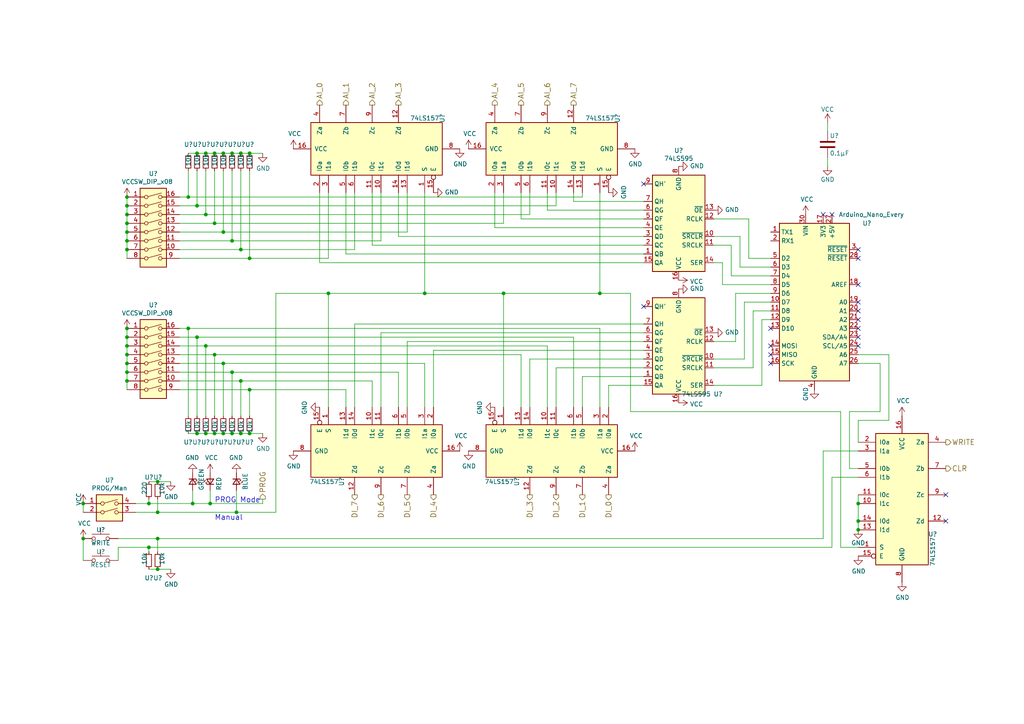
<source format=kicad_sch>
(kicad_sch (version 20211123) (generator eeschema)
  (paper "A4")
  (lib_symbols
    (symbol "74xx:74LS157" (pin_names (offset 1.016))
      (property "Reference" "U" (at -7.62 19.05 0))
      (property "Value" "74LS157" (at -7.62 -21.59 0))
      (symbol "74LS157_1_0"
        (pin input line (at -12.7 -15.24 0) (length 5.08) (name "S") (number "1"))
        (pin input line (at -12.7 -2.54 0) (length 5.08) (name "I1c") (number "10"))
        (pin input line (at -12.7 0 0) (length 5.08) (name "I0c") (number "11"))
        (pin output line (at 12.7 -7.62 180) (length 5.08) (name "Zd") (number "12"))
        (pin input line (at -12.7 -10.16 0) (length 5.08) (name "I1d") (number "13"))
        (pin input line (at -12.7 -7.62 0) (length 5.08) (name "I0d") (number "14"))
        (pin input inverted (at -12.7 -17.78 0) (length 5.08) (name "E") (number "15"))
        (pin power_in line (at 0 22.86 270) (length 5.08) (name "VCC") (number "16"))
        (pin input line (at -12.7 15.24 0) (length 5.08) (name "I0a") (number "2"))
        (pin input line (at -12.7 12.7 0) (length 5.08) (name "I1a") (number "3"))
        (pin output line (at 12.7 15.24 180) (length 5.08) (name "Za") (number "4"))
        (pin input line (at -12.7 7.62 0) (length 5.08) (name "I0b") (number "5"))
        (pin input line (at -12.7 5.08 0) (length 5.08) (name "I1b") (number "6"))
        (pin output line (at 12.7 7.62 180) (length 5.08) (name "Zb") (number "7"))
        (pin power_in line (at 0 -25.4 90) (length 5.08) (name "GND") (number "8"))
        (pin output line (at 12.7 0 180) (length 5.08) (name "Zc") (number "9"))
      )
      (symbol "74LS157_1_1"
        (rectangle (start -7.62 17.78) (end 7.62 -20.32) (stroke (width 0.254)) (fill (type background)))
      )
    )
    (symbol "74xx:74LS595"
      (property "Reference" "U" (at -7.62 13.97 0))
      (property "Value" "74LS595" (at -7.62 -16.51 0))
      (symbol "74LS595_1_0"
        (pin tri_state line (at 10.16 7.62 180) (length 2.54) (name "QB") (number "1"))
        (pin input line (at -10.16 2.54 0) (length 2.54) (name "~{SRCLR}") (number "10"))
        (pin input line (at -10.16 5.08 0) (length 2.54) (name "SRCLK") (number "11"))
        (pin input line (at -10.16 -2.54 0) (length 2.54) (name "RCLK") (number "12"))
        (pin input line (at -10.16 -5.08 0) (length 2.54) (name "~{OE}") (number "13"))
        (pin input line (at -10.16 10.16 0) (length 2.54) (name "SER") (number "14"))
        (pin tri_state line (at 10.16 10.16 180) (length 2.54) (name "QA") (number "15"))
        (pin power_in line (at 0 15.24 270) (length 2.54) (name "VCC") (number "16"))
        (pin tri_state line (at 10.16 5.08 180) (length 2.54) (name "QC") (number "2"))
        (pin tri_state line (at 10.16 2.54 180) (length 2.54) (name "QD") (number "3"))
        (pin tri_state line (at 10.16 0 180) (length 2.54) (name "QE") (number "4"))
        (pin tri_state line (at 10.16 -2.54 180) (length 2.54) (name "QF") (number "5"))
        (pin tri_state line (at 10.16 -5.08 180) (length 2.54) (name "QG") (number "6"))
        (pin tri_state line (at 10.16 -7.62 180) (length 2.54) (name "QH") (number "7"))
        (pin power_in line (at 0 -17.78 90) (length 2.54) (name "GND") (number "8"))
        (pin output line (at 10.16 -12.7 180) (length 2.54) (name "QH'") (number "9"))
      )
      (symbol "74LS595_1_1"
        (rectangle (start -7.62 12.7) (end 7.62 -15.24) (stroke (width 0.254)) (fill (type background)))
      )
    )
    (symbol "Device:C" (pin_numbers hide) (pin_names (offset 0.254))
      (property "Reference" "C" (at 0.635 2.54 0))
      (property "Value" "C" (at 0.635 -2.54 0))
      (symbol "C_0_1"
        (polyline (pts (xy -2.032 -0.762) (xy 2.032 -0.762)) (stroke (width 0.508)))
        (polyline (pts (xy -2.032 0.762) (xy 2.032 0.762)) (stroke (width 0.508)))
      )
      (symbol "C_1_1"
        (pin passive line (at 0 3.81 270) (length 2.794) (name "~") (number "1"))
        (pin passive line (at 0 -3.81 90) (length 2.794) (name "~") (number "2"))
      )
    )
    (symbol "Device:LED_Small" (pin_numbers hide) (pin_names (offset 0.254) hide)
      (property "Reference" "D" (at -1.27 3.175 0))
      (property "Value" "LED_Small" (at -4.445 -2.54 0))
      (symbol "LED_Small_0_1"
        (polyline (pts (xy -0.762 -1.016) (xy -0.762 1.016)) (stroke (width 0.254)))
        (polyline (pts (xy 1.016 0) (xy -0.762 0)))
        (polyline (pts (xy 0.762 -1.016) (xy -0.762 0) (xy 0.762 1.016) (xy 0.762 -1.016)) (stroke (width 0.254)))
        (polyline (pts (xy 0 0.762) (xy -0.508 1.27) (xy -0.254 1.27) (xy -0.508 1.27) (xy -0.508 1.016)))
        (polyline (pts (xy 0.508 1.27) (xy 0 1.778) (xy 0.254 1.778) (xy 0 1.778) (xy 0 1.524)))
      )
      (symbol "LED_Small_1_1"
        (pin passive line (at -2.54 0 0) (length 1.778) (name "K") (number "1"))
        (pin passive line (at 2.54 0 180) (length 1.778) (name "A") (number "2"))
      )
    )
    (symbol "Device:R_Small" (pin_numbers hide) (pin_names (offset 0.254) hide)
      (property "Reference" "R" (at 0.762 0.508 0))
      (property "Value" "R_Small" (at 0.762 -1.016 0))
      (symbol "R_Small_0_1"
        (rectangle (start -0.762 1.778) (end 0.762 -1.778) (stroke (width 0.2032)))
      )
      (symbol "R_Small_1_1"
        (pin passive line (at 0 2.54 270) (length 0.762) (name "~") (number "1"))
        (pin passive line (at 0 -2.54 90) (length 0.762) (name "~") (number "2"))
      )
    )
    (symbol "MCU_Module:Arduino_Nano_Every"
      (property "Reference" "A" (at -10.16 23.495 0))
      (property "Value" "Arduino_Nano_Every" (at 5.08 -24.13 0))
      (symbol "Arduino_Nano_Every_0_1"
        (rectangle (start -10.16 22.86) (end 10.16 -22.86) (stroke (width 0.254)) (fill (type background)))
      )
      (symbol "Arduino_Nano_Every_1_1"
        (pin bidirectional line (at -12.7 20.32 0) (length 2.54) (name "TX1") (number "1"))
        (pin bidirectional line (at -12.7 0 0) (length 2.54) (name "D7") (number "10"))
        (pin bidirectional line (at -12.7 -2.54 0) (length 2.54) (name "D8") (number "11"))
        (pin bidirectional line (at -12.7 -5.08 0) (length 2.54) (name "D9") (number "12"))
        (pin bidirectional line (at -12.7 -7.62 0) (length 2.54) (name "D10") (number "13"))
        (pin bidirectional line (at -12.7 -12.7 0) (length 2.54) (name "MOSI") (number "14"))
        (pin bidirectional line (at -12.7 -15.24 0) (length 2.54) (name "MISO") (number "15"))
        (pin bidirectional line (at -12.7 -17.78 0) (length 2.54) (name "SCK") (number "16"))
        (pin power_out line (at 2.54 25.4 270) (length 2.54) (name "3V3") (number "17"))
        (pin input line (at 12.7 5.08 180) (length 2.54) (name "AREF") (number "18"))
        (pin bidirectional line (at 12.7 0 180) (length 2.54) (name "A0") (number "19"))
        (pin bidirectional line (at -12.7 17.78 0) (length 2.54) (name "RX1") (number "2"))
        (pin bidirectional line (at 12.7 -2.54 180) (length 2.54) (name "A1") (number "20"))
        (pin bidirectional line (at 12.7 -5.08 180) (length 2.54) (name "A2") (number "21"))
        (pin bidirectional line (at 12.7 -7.62 180) (length 2.54) (name "A3") (number "22"))
        (pin bidirectional line (at 12.7 -10.16 180) (length 2.54) (name "SDA/A4") (number "23"))
        (pin bidirectional line (at 12.7 -12.7 180) (length 2.54) (name "SCL/A5") (number "24"))
        (pin bidirectional line (at 12.7 -15.24 180) (length 2.54) (name "A6") (number "25"))
        (pin bidirectional line (at 12.7 -17.78 180) (length 2.54) (name "A7") (number "26"))
        (pin power_out line (at 5.08 25.4 270) (length 2.54) (name "+5V") (number "27"))
        (pin input line (at 12.7 12.7 180) (length 2.54) (name "~{RESET}") (number "28"))
        (pin passive line (at 0 -25.4 90) (length 2.54) hide (name "GND") (number "29"))
        (pin input line (at 12.7 15.24 180) (length 2.54) (name "~{RESET}") (number "3"))
        (pin power_in line (at -2.54 25.4 270) (length 2.54) (name "VIN") (number "30"))
        (pin power_in line (at 0 -25.4 90) (length 2.54) (name "GND") (number "4"))
        (pin bidirectional line (at -12.7 12.7 0) (length 2.54) (name "D2") (number "5"))
        (pin bidirectional line (at -12.7 10.16 0) (length 2.54) (name "D3") (number "6"))
        (pin bidirectional line (at -12.7 7.62 0) (length 2.54) (name "D4") (number "7"))
        (pin bidirectional line (at -12.7 5.08 0) (length 2.54) (name "D5") (number "8"))
        (pin bidirectional line (at -12.7 2.54 0) (length 2.54) (name "D6") (number "9"))
      )
    )
    (symbol "Switch:SW_DIP_x02" (pin_names (offset 0) hide)
      (property "Reference" "SW" (at 0 6.35 0))
      (property "Value" "SW_DIP_x02" (at 0 -3.81 0))
      (symbol "SW_DIP_x02_0_0"
        (circle (center -2.032 0) (radius 0.508))
        (circle (center -2.032 2.54) (radius 0.508))
        (polyline (pts (xy -1.524 0.127) (xy 2.3622 1.1684)))
        (polyline (pts (xy -1.524 2.667) (xy 2.3622 3.7084)))
        (circle (center 2.032 0) (radius 0.508))
        (circle (center 2.032 2.54) (radius 0.508))
      )
      (symbol "SW_DIP_x02_0_1"
        (rectangle (start -3.81 5.08) (end 3.81 -2.54) (stroke (width 0.254)) (fill (type background)))
      )
      (symbol "SW_DIP_x02_1_1"
        (pin passive line (at -7.62 2.54 0) (length 5.08) (name "~") (number "1"))
        (pin passive line (at -7.62 0 0) (length 5.08) (name "~") (number "2"))
        (pin passive line (at 7.62 0 180) (length 5.08) (name "~") (number "3"))
        (pin passive line (at 7.62 2.54 180) (length 5.08) (name "~") (number "4"))
      )
    )
    (symbol "Switch:SW_DIP_x08" (pin_names (offset 0) hide)
      (property "Reference" "SW" (at 0 13.97 0))
      (property "Value" "SW_DIP_x08" (at 0 -11.43 0))
      (symbol "SW_DIP_x08_0_0"
        (circle (center -2.032 -7.62) (radius 0.508))
        (circle (center -2.032 -5.08) (radius 0.508))
        (circle (center -2.032 -2.54) (radius 0.508))
        (circle (center -2.032 0) (radius 0.508))
        (circle (center -2.032 2.54) (radius 0.508))
        (circle (center -2.032 5.08) (radius 0.508))
        (circle (center -2.032 7.62) (radius 0.508))
        (circle (center -2.032 10.16) (radius 0.508))
        (polyline (pts (xy -1.524 -7.4676) (xy 2.3622 -6.4262)))
        (polyline (pts (xy -1.524 -4.9276) (xy 2.3622 -3.8862)))
        (polyline (pts (xy -1.524 -2.3876) (xy 2.3622 -1.3462)))
        (polyline (pts (xy -1.524 0.127) (xy 2.3622 1.1684)))
        (polyline (pts (xy -1.524 2.667) (xy 2.3622 3.7084)))
        (polyline (pts (xy -1.524 5.207) (xy 2.3622 6.2484)))
        (polyline (pts (xy -1.524 7.747) (xy 2.3622 8.7884)))
        (polyline (pts (xy -1.524 10.287) (xy 2.3622 11.3284)))
        (circle (center 2.032 -7.62) (radius 0.508))
        (circle (center 2.032 -5.08) (radius 0.508))
        (circle (center 2.032 -2.54) (radius 0.508))
        (circle (center 2.032 0) (radius 0.508))
        (circle (center 2.032 2.54) (radius 0.508))
        (circle (center 2.032 5.08) (radius 0.508))
        (circle (center 2.032 7.62) (radius 0.508))
        (circle (center 2.032 10.16) (radius 0.508))
      )
      (symbol "SW_DIP_x08_0_1"
        (rectangle (start -3.81 12.7) (end 3.81 -10.16) (stroke (width 0.254)) (fill (type background)))
      )
      (symbol "SW_DIP_x08_1_1"
        (pin passive line (at -7.62 10.16 0) (length 5.08) (name "~") (number "1"))
        (pin passive line (at 7.62 -5.08 180) (length 5.08) (name "~") (number "10"))
        (pin passive line (at 7.62 -2.54 180) (length 5.08) (name "~") (number "11"))
        (pin passive line (at 7.62 0 180) (length 5.08) (name "~") (number "12"))
        (pin passive line (at 7.62 2.54 180) (length 5.08) (name "~") (number "13"))
        (pin passive line (at 7.62 5.08 180) (length 5.08) (name "~") (number "14"))
        (pin passive line (at 7.62 7.62 180) (length 5.08) (name "~") (number "15"))
        (pin passive line (at 7.62 10.16 180) (length 5.08) (name "~") (number "16"))
        (pin passive line (at -7.62 7.62 0) (length 5.08) (name "~") (number "2"))
        (pin passive line (at -7.62 5.08 0) (length 5.08) (name "~") (number "3"))
        (pin passive line (at -7.62 2.54 0) (length 5.08) (name "~") (number "4"))
        (pin passive line (at -7.62 0 0) (length 5.08) (name "~") (number "5"))
        (pin passive line (at -7.62 -2.54 0) (length 5.08) (name "~") (number "6"))
        (pin passive line (at -7.62 -5.08 0) (length 5.08) (name "~") (number "7"))
        (pin passive line (at -7.62 -7.62 0) (length 5.08) (name "~") (number "8"))
        (pin passive line (at 7.62 -7.62 180) (length 5.08) (name "~") (number "9"))
      )
    )
    (symbol "Switch:SW_Push" (pin_numbers hide) (pin_names (offset 1.016) hide)
      (property "Reference" "SW" (at 1.27 2.54 0))
      (property "Value" "SW_Push" (at 0 -1.524 0))
      (symbol "SW_Push_0_1"
        (circle (center -2.032 0) (radius 0.508))
        (polyline (pts (xy 0 1.27) (xy 0 3.048)))
        (polyline (pts (xy 2.54 1.27) (xy -2.54 1.27)))
        (circle (center 2.032 0) (radius 0.508))
        (pin passive line (at -5.08 0 0) (length 2.54) (name "1") (number "1"))
        (pin passive line (at 5.08 0 180) (length 2.54) (name "2") (number "2"))
      )
    )
    (symbol "power:GND" (power) (pin_names (offset 0))
      (property "Value" "GND" (at 0 -3.81 0))
      (symbol "GND_0_1"
        (polyline (pts (xy 0 0) (xy 0 -1.27) (xy 1.27 -1.27) (xy 0 -2.54) (xy -1.27 -1.27) (xy 0 -1.27)))
      )
      (symbol "GND_1_1"
        (pin power_in line (at 0 0 270) (length 0) hide (name "GND") (number "1"))
      )
    )
    (symbol "power:VCC" (power) (pin_names (offset 0))
      (property "Value" "VCC" (at 0 3.81 0))
      (symbol "VCC_0_1"
        (polyline (pts (xy -0.762 1.27) (xy 0 2.54)))
        (polyline (pts (xy 0 0) (xy 0 2.54)))
        (polyline (pts (xy 0 2.54) (xy 0.762 1.27)))
      )
      (symbol "VCC_1_1"
        (pin power_in line (at 0 0 90) (length 0) hide (name "VCC") (number "1"))
      )
    )
  )
  (junction (at 36.83 97.79))
  (junction (at 36.83 110.49))
  (junction (at 67.31 107.95))
  (junction (at 36.83 69.85))
  (junction (at 69.85 72.39))
  (junction (at 59.69 100.33))
  (junction (at 57.15 125.73))
  (junction (at 54.61 57.15))
  (junction (at 64.77 105.41))
  (junction (at 72.39 125.73))
  (junction (at 43.18 146.05))
  (junction (at 36.83 59.69))
  (junction (at 62.23 125.73))
  (junction (at 72.39 113.03))
  (junction (at 69.85 125.73))
  (junction (at 36.83 107.95))
  (junction (at 248.92 153.67))
  (junction (at 69.85 44.45))
  (junction (at 45.72 139.7))
  (junction (at 248.92 146.05))
  (junction (at 123.19 85.09))
  (junction (at 62.23 102.87))
  (junction (at 45.72 165.1))
  (junction (at 36.83 102.87))
  (junction (at 69.85 110.49))
  (junction (at 72.39 74.93))
  (junction (at 67.31 44.45))
  (junction (at 57.15 59.69))
  (junction (at 36.83 57.15))
  (junction (at 173.99 85.09))
  (junction (at 95.25 85.09))
  (junction (at 64.77 67.31))
  (junction (at 67.31 69.85))
  (junction (at 68.58 148.59))
  (junction (at 24.13 146.05))
  (junction (at 67.31 125.73))
  (junction (at 59.69 44.45))
  (junction (at 54.61 95.25))
  (junction (at 59.69 62.23))
  (junction (at 62.23 64.77))
  (junction (at 72.39 44.45))
  (junction (at 45.72 156.21))
  (junction (at 36.83 105.41))
  (junction (at 36.83 100.33))
  (junction (at 36.83 72.39))
  (junction (at 36.83 67.31))
  (junction (at 62.23 44.45))
  (junction (at 248.92 151.13))
  (junction (at 60.96 146.05))
  (junction (at 64.77 44.45))
  (junction (at 57.15 97.79))
  (junction (at 43.18 158.75))
  (junction (at 36.83 64.77))
  (junction (at 55.88 146.05))
  (junction (at 24.13 156.21))
  (junction (at 36.83 95.25))
  (junction (at 36.83 62.23))
  (junction (at 57.15 44.45))
  (junction (at 59.69 125.73))
  (junction (at 64.77 125.73))
  (junction (at 45.72 148.59))
  (junction (at 146.05 85.09))
  (no_connect (at 223.52 102.87))
  (no_connect (at 238.76 62.23))
  (no_connect (at 248.92 82.55))
  (no_connect (at 248.92 87.63))
  (no_connect (at 248.92 100.33))
  (no_connect (at 186.69 88.9))
  (no_connect (at 248.92 72.39))
  (no_connect (at 223.52 100.33))
  (no_connect (at 248.92 74.93))
  (no_connect (at 248.92 97.79))
  (no_connect (at 241.3 62.23))
  (no_connect (at 274.32 151.13))
  (no_connect (at 223.52 105.41))
  (no_connect (at 274.32 143.51))
  (no_connect (at 248.92 92.71))
  (no_connect (at 223.52 95.25))
  (no_connect (at 248.92 95.25))
  (no_connect (at 248.92 90.17))
  (no_connect (at 186.69 53.34))
  (wire (pts (xy 43.18 158.75) (xy 241.3 158.75)))
  (wire (pts (xy 67.31 44.45) (xy 69.85 44.45)))
  (wire (pts (xy 146.05 85.09) (xy 173.99 85.09)))
  (wire (pts (xy 59.69 125.73) (xy 57.15 125.73)))
  (wire (pts (xy 123.19 55.88) (xy 123.19 85.09)))
  (wire (pts (xy 118.11 99.06) (xy 186.69 99.06)))
  (wire (pts (xy 153.67 104.14) (xy 186.69 104.14)))
  (wire (pts (xy 69.85 110.49) (xy 107.95 110.49)))
  (wire (pts (xy 45.72 156.21) (xy 238.76 156.21)))
  (wire (pts (xy 62.23 102.87) (xy 151.13 102.87)))
  (wire (pts (xy 173.99 55.88) (xy 173.99 85.09)))
  (wire (pts (xy 213.36 99.06) (xy 213.36 85.09)))
  (wire (pts (xy 207.01 68.58) (xy 214.63 68.58)))
  (wire (pts (xy 54.61 57.15) (xy 52.07 57.15)))
  (wire (pts (xy 72.39 125.73) (xy 76.2 125.73)))
  (wire (pts (xy 43.18 165.1) (xy 45.72 165.1)))
  (wire (pts (xy 52.07 97.79) (xy 57.15 97.79)))
  (wire (pts (xy 62.23 120.65) (xy 62.23 102.87)))
  (wire (pts (xy 36.83 100.33) (xy 36.83 102.87)))
  (wire (pts (xy 59.69 62.23) (xy 52.07 62.23)))
  (wire (pts (xy 215.9 87.63) (xy 223.52 87.63)))
  (wire (pts (xy 43.18 158.75) (xy 43.18 160.02)))
  (wire (pts (xy 102.87 93.98) (xy 102.87 118.11)))
  (wire (pts (xy 72.39 113.03) (xy 100.33 113.03)))
  (wire (pts (xy 182.88 85.09) (xy 173.99 85.09)))
  (wire (pts (xy 218.44 90.17) (xy 218.44 106.68)))
  (wire (pts (xy 62.23 125.73) (xy 59.69 125.73)))
  (wire (pts (xy 57.15 125.73) (xy 54.61 125.73)))
  (wire (pts (xy 52.07 95.25) (xy 54.61 95.25)))
  (wire (pts (xy 72.39 49.53) (xy 72.39 74.93)))
  (wire (pts (xy 153.67 55.88) (xy 153.67 62.23)))
  (wire (pts (xy 45.72 148.59) (xy 68.58 148.59)))
  (wire (pts (xy 248.92 158.75) (xy 243.84 158.75)))
  (wire (pts (xy 36.83 59.69) (xy 36.83 62.23)))
  (wire (pts (xy 36.83 102.87) (xy 36.83 105.41)))
  (wire (pts (xy 158.75 60.96) (xy 158.75 55.88)))
  (wire (pts (xy 55.88 142.24) (xy 55.88 146.05)))
  (wire (pts (xy 220.98 92.71) (xy 223.52 92.71)))
  (wire (pts (xy 72.39 44.45) (xy 76.2 44.45)))
  (wire (pts (xy 213.36 85.09) (xy 223.52 85.09)))
  (wire (pts (xy 64.77 105.41) (xy 123.19 105.41)))
  (wire (pts (xy 54.61 49.53) (xy 54.61 57.15)))
  (wire (pts (xy 143.51 66.04) (xy 143.51 55.88)))
  (wire (pts (xy 45.72 165.1) (xy 49.53 165.1)))
  (wire (pts (xy 107.95 55.88) (xy 107.95 71.12)))
  (wire (pts (xy 69.85 44.45) (xy 72.39 44.45)))
  (wire (pts (xy 80.01 148.59) (xy 80.01 85.09)))
  (wire (pts (xy 146.05 118.11) (xy 146.05 85.09)))
  (wire (pts (xy 248.92 146.05) (xy 248.92 151.13)))
  (wire (pts (xy 80.01 85.09) (xy 95.25 85.09)))
  (wire (pts (xy 214.63 77.47) (xy 223.52 77.47)))
  (wire (pts (xy 217.17 74.93) (xy 223.52 74.93)))
  (wire (pts (xy 186.69 66.04) (xy 143.51 66.04)))
  (wire (pts (xy 36.83 97.79) (xy 36.83 100.33)))
  (wire (pts (xy 207.01 104.14) (xy 215.9 104.14)))
  (wire (pts (xy 52.07 100.33) (xy 59.69 100.33)))
  (wire (pts (xy 118.11 55.88) (xy 118.11 67.31)))
  (wire (pts (xy 54.61 95.25) (xy 173.99 95.25)))
  (wire (pts (xy 110.49 55.88) (xy 110.49 69.85)))
  (wire (pts (xy 59.69 100.33) (xy 158.75 100.33)))
  (wire (pts (xy 64.77 44.45) (xy 67.31 44.45)))
  (wire (pts (xy 92.71 76.2) (xy 92.71 55.88)))
  (wire (pts (xy 69.85 120.65) (xy 69.85 110.49)))
  (wire (pts (xy 241.3 138.43) (xy 248.92 138.43)))
  (wire (pts (xy 125.73 101.6) (xy 186.69 101.6)))
  (wire (pts (xy 151.13 63.5) (xy 151.13 55.88)))
  (wire (pts (xy 64.77 120.65) (xy 64.77 105.41)))
  (wire (pts (xy 161.29 55.88) (xy 161.29 59.69)))
  (wire (pts (xy 243.84 158.75) (xy 243.84 119.38)))
  (wire (pts (xy 209.55 76.2) (xy 209.55 82.55)))
  (wire (pts (xy 64.77 125.73) (xy 62.23 125.73)))
  (wire (pts (xy 57.15 44.45) (xy 59.69 44.45)))
  (wire (pts (xy 176.53 111.76) (xy 176.53 118.11)))
  (wire (pts (xy 102.87 55.88) (xy 102.87 72.39)))
  (wire (pts (xy 248.92 121.92) (xy 257.81 121.92)))
  (wire (pts (xy 186.69 71.12) (xy 107.95 71.12)))
  (wire (pts (xy 95.25 55.88) (xy 95.25 74.93)))
  (wire (pts (xy 67.31 125.73) (xy 64.77 125.73)))
  (wire (pts (xy 161.29 59.69) (xy 57.15 59.69)))
  (wire (pts (xy 102.87 93.98) (xy 186.69 93.98)))
  (wire (pts (xy 67.31 107.95) (xy 115.57 107.95)))
  (wire (pts (xy 36.83 64.77) (xy 36.83 67.31)))
  (wire (pts (xy 62.23 64.77) (xy 52.07 64.77)))
  (wire (pts (xy 207.01 71.12) (xy 212.09 71.12)))
  (wire (pts (xy 125.73 101.6) (xy 125.73 118.11)))
  (wire (pts (xy 52.07 110.49) (xy 69.85 110.49)))
  (wire (pts (xy 57.15 97.79) (xy 166.37 97.79)))
  (wire (pts (xy 72.39 120.65) (xy 72.39 113.03)))
  (wire (pts (xy 161.29 106.68) (xy 186.69 106.68)))
  (wire (pts (xy 45.72 139.7) (xy 49.53 139.7)))
  (wire (pts (xy 214.63 68.58) (xy 214.63 77.47)))
  (wire (pts (xy 248.92 121.92) (xy 248.92 128.27)))
  (wire (pts (xy 168.91 57.15) (xy 54.61 57.15)))
  (wire (pts (xy 146.05 55.88) (xy 146.05 64.77)))
  (wire (pts (xy 36.83 107.95) (xy 36.83 110.49)))
  (wire (pts (xy 207.01 76.2) (xy 209.55 76.2)))
  (wire (pts (xy 43.18 139.7) (xy 45.72 139.7)))
  (wire (pts (xy 168.91 109.22) (xy 168.91 118.11)))
  (wire (pts (xy 115.57 107.95) (xy 115.57 118.11)))
  (wire (pts (xy 69.85 49.53) (xy 69.85 72.39)))
  (wire (pts (xy 39.37 148.59) (xy 45.72 148.59)))
  (wire (pts (xy 186.69 111.76) (xy 176.53 111.76)))
  (wire (pts (xy 43.18 144.78) (xy 43.18 146.05)))
  (wire (pts (xy 36.83 69.85) (xy 36.83 72.39)))
  (wire (pts (xy 246.38 119.38) (xy 255.27 119.38)))
  (wire (pts (xy 182.88 119.38) (xy 182.88 85.09)))
  (wire (pts (xy 34.29 162.56) (xy 34.29 158.75)))
  (wire (pts (xy 59.69 44.45) (xy 62.23 44.45)))
  (wire (pts (xy 64.77 67.31) (xy 52.07 67.31)))
  (wire (pts (xy 57.15 59.69) (xy 52.07 59.69)))
  (wire (pts (xy 209.55 82.55) (xy 223.52 82.55)))
  (wire (pts (xy 60.96 146.05) (xy 76.2 146.05)))
  (wire (pts (xy 207.01 111.76) (xy 220.98 111.76)))
  (wire (pts (xy 240.03 38.1) (xy 240.03 35.56)))
  (wire (pts (xy 168.91 109.22) (xy 186.69 109.22)))
  (wire (pts (xy 45.72 160.02) (xy 45.72 156.21)))
  (wire (pts (xy 118.11 67.31) (xy 64.77 67.31)))
  (wire (pts (xy 255.27 105.41) (xy 248.92 105.41)))
  (wire (pts (xy 110.49 69.85) (xy 67.31 69.85)))
  (wire (pts (xy 67.31 49.53) (xy 67.31 69.85)))
  (wire (pts (xy 36.83 110.49) (xy 36.83 113.03)))
  (wire (pts (xy 100.33 73.66) (xy 100.33 55.88)))
  (wire (pts (xy 52.07 102.87) (xy 62.23 102.87)))
  (wire (pts (xy 248.92 151.13) (xy 248.92 153.67)))
  (wire (pts (xy 72.39 74.93) (xy 52.07 74.93)))
  (wire (pts (xy 102.87 72.39) (xy 69.85 72.39)))
  (wire (pts (xy 115.57 68.58) (xy 115.57 55.88)))
  (wire (pts (xy 52.07 105.41) (xy 64.77 105.41)))
  (wire (pts (xy 54.61 44.45) (xy 57.15 44.45)))
  (wire (pts (xy 186.69 76.2) (xy 92.71 76.2)))
  (wire (pts (xy 168.91 55.88) (xy 168.91 57.15)))
  (wire (pts (xy 76.2 144.78) (xy 76.2 146.05)))
  (wire (pts (xy 59.69 49.53) (xy 59.69 62.23)))
  (wire (pts (xy 248.92 102.87) (xy 257.81 102.87)))
  (wire (pts (xy 45.72 144.78) (xy 45.72 148.59)))
  (wire (pts (xy 118.11 99.06) (xy 118.11 118.11)))
  (wire (pts (xy 153.67 118.11) (xy 153.67 104.14)))
  (wire (pts (xy 64.77 49.53) (xy 64.77 67.31)))
  (wire (pts (xy 95.25 85.09) (xy 95.25 118.11)))
  (wire (pts (xy 166.37 97.79) (xy 166.37 118.11)))
  (wire (pts (xy 95.25 74.93) (xy 72.39 74.93)))
  (wire (pts (xy 67.31 69.85) (xy 52.07 69.85)))
  (wire (pts (xy 34.29 158.75) (xy 43.18 158.75)))
  (wire (pts (xy 36.83 105.41) (xy 36.83 107.95)))
  (wire (pts (xy 24.13 146.05) (xy 24.13 148.59)))
  (wire (pts (xy 215.9 104.14) (xy 215.9 87.63)))
  (wire (pts (xy 36.83 62.23) (xy 36.83 64.77)))
  (wire (pts (xy 241.3 158.75) (xy 241.3 138.43)))
  (wire (pts (xy 36.83 95.25) (xy 36.83 97.79)))
  (wire (pts (xy 257.81 121.92) (xy 257.81 102.87)))
  (wire (pts (xy 110.49 96.52) (xy 186.69 96.52)))
  (wire (pts (xy 68.58 142.24) (xy 68.58 148.59)))
  (wire (pts (xy 110.49 96.52) (xy 110.49 118.11)))
  (wire (pts (xy 24.13 156.21) (xy 24.13 162.56)))
  (wire (pts (xy 62.23 49.53) (xy 62.23 64.77)))
  (wire (pts (xy 69.85 125.73) (xy 67.31 125.73)))
  (wire (pts (xy 238.76 156.21) (xy 238.76 130.81)))
  (wire (pts (xy 68.58 148.59) (xy 80.01 148.59)))
  (wire (pts (xy 207.01 99.06) (xy 213.36 99.06)))
  (wire (pts (xy 220.98 111.76) (xy 220.98 92.71)))
  (wire (pts (xy 173.99 118.11) (xy 173.99 95.25)))
  (wire (pts (xy 207.01 63.5) (xy 217.17 63.5)))
  (wire (pts (xy 146.05 64.77) (xy 62.23 64.77)))
  (wire (pts (xy 123.19 85.09) (xy 146.05 85.09)))
  (wire (pts (xy 182.88 119.38) (xy 243.84 119.38)))
  (wire (pts (xy 240.03 48.26) (xy 240.03 45.72)))
  (wire (pts (xy 186.69 63.5) (xy 151.13 63.5)))
  (wire (pts (xy 166.37 58.42) (xy 166.37 55.88)))
  (wire (pts (xy 60.96 142.24) (xy 60.96 146.05)))
  (wire (pts (xy 151.13 102.87) (xy 151.13 118.11)))
  (wire (pts (xy 67.31 120.65) (xy 67.31 107.95)))
  (wire (pts (xy 57.15 120.65) (xy 57.15 97.79)))
  (wire (pts (xy 153.67 62.23) (xy 59.69 62.23)))
  (wire (pts (xy 59.69 120.65) (xy 59.69 100.33)))
  (wire (pts (xy 95.25 85.09) (xy 123.19 85.09)))
  (wire (pts (xy 161.29 118.11) (xy 161.29 106.68)))
  (wire (pts (xy 123.19 105.41) (xy 123.19 118.11)))
  (wire (pts (xy 72.39 125.73) (xy 69.85 125.73)))
  (wire (pts (xy 36.83 57.15) (xy 36.83 59.69)))
  (wire (pts (xy 248.92 143.51) (xy 248.92 146.05)))
  (wire (pts (xy 238.76 130.81) (xy 248.92 130.81)))
  (wire (pts (xy 246.38 135.89) (xy 246.38 119.38)))
  (wire (pts (xy 39.37 146.05) (xy 43.18 146.05)))
  (wire (pts (xy 36.83 67.31) (xy 36.83 69.85)))
  (wire (pts (xy 207.01 106.68) (xy 218.44 106.68)))
  (wire (pts (xy 54.61 120.65) (xy 54.61 95.25)))
  (wire (pts (xy 212.09 80.01) (xy 223.52 80.01)))
  (wire (pts (xy 255.27 119.38) (xy 255.27 105.41)))
  (wire (pts (xy 186.69 60.96) (xy 158.75 60.96)))
  (wire (pts (xy 248.92 135.89) (xy 246.38 135.89)))
  (wire (pts (xy 107.95 110.49) (xy 107.95 118.11)))
  (wire (pts (xy 34.29 156.21) (xy 45.72 156.21)))
  (wire (pts (xy 52.07 113.03) (xy 72.39 113.03)))
  (wire (pts (xy 223.52 90.17) (xy 218.44 90.17)))
  (wire (pts (xy 100.33 113.03) (xy 100.33 118.11)))
  (wire (pts (xy 212.09 71.12) (xy 212.09 80.01)))
  (wire (pts (xy 62.23 44.45) (xy 64.77 44.45)))
  (wire (pts (xy 36.83 72.39) (xy 36.83 74.93)))
  (wire (pts (xy 217.17 63.5) (xy 217.17 74.93)))
  (wire (pts (xy 55.88 146.05) (xy 60.96 146.05)))
  (wire (pts (xy 186.69 68.58) (xy 115.57 68.58)))
  (wire (pts (xy 57.15 49.53) (xy 57.15 59.69)))
  (wire (pts (xy 52.07 107.95) (xy 67.31 107.95)))
  (wire (pts (xy 186.69 73.66) (xy 100.33 73.66)))
  (wire (pts (xy 69.85 72.39) (xy 52.07 72.39)))
  (wire (pts (xy 158.75 100.33) (xy 158.75 118.11)))
  (wire (pts (xy 43.18 146.05) (xy 55.88 146.05)))
  (wire (pts (xy 186.69 58.42) (xy 166.37 58.42)))
  (text "Manual" (at 62.23 151.13 0) (effects (font (size 1.524 1.524)) (justify left bottom)))
  (text "PROG Mode" (at 62.23 146.05 0) (effects (font (size 1.524 1.524)) (justify left bottom)))
  (hierarchical_label "DI_0" (shape output) (at 176.53 143.51 270) (effects (font (size 1.524 1.524))))
  (hierarchical_label "AI_1" (shape output) (at 100.33 30.48 90) (effects (font (size 1.524 1.524))))
  (hierarchical_label "AI_2" (shape output) (at 107.95 30.48 90) (effects (font (size 1.524 1.524))))
  (hierarchical_label "AI_4" (shape output) (at 143.51 30.48 90) (effects (font (size 1.524 1.524))))
  (hierarchical_label "CLR" (shape output) (at 274.32 135.89 0) (effects (font (size 1.524 1.524))))
  (hierarchical_label "DI_5" (shape output) (at 118.11 143.51 270) (effects (font (size 1.524 1.524))))
  (hierarchical_label "DI_3" (shape output) (at 153.67 143.51 270) (effects (font (size 1.524 1.524))))
  (hierarchical_label "WRITE" (shape output) (at 274.32 128.27 0) (effects (font (size 1.524 1.524))))
  (hierarchical_label "AI_7" (shape output) (at 166.37 30.48 90) (effects (font (size 1.524 1.524))))
  (hierarchical_label "AI_3" (shape output) (at 115.57 30.48 90) (effects (font (size 1.524 1.524))))
  (hierarchical_label "AI_5" (shape output) (at 151.13 30.48 90) (effects (font (size 1.524 1.524))))
  (hierarchical_label "DI_2" (shape output) (at 161.29 143.51 270) (effects (font (size 1.524 1.524))))
  (hierarchical_label "DI_1" (shape output) (at 168.91 143.51 270) (effects (font (size 1.524 1.524))))
  (hierarchical_label "AI_0" (shape output) (at 92.71 30.48 90) (effects (font (size 1.524 1.524))))
  (hierarchical_label "AI_6" (shape output) (at 158.75 30.48 90) (effects (font (size 1.524 1.524))))
  (hierarchical_label "DI_7" (shape output) (at 102.87 143.51 270) (effects (font (size 1.524 1.524))))
  (hierarchical_label "DI_6" (shape output) (at 110.49 143.51 270) (effects (font (size 1.524 1.524))))
  (hierarchical_label "DI_4" (shape output) (at 125.73 143.51 270) (effects (font (size 1.524 1.524))))
  (hierarchical_label "PROG" (shape output) (at 76.2 144.78 90) (effects (font (size 1.524 1.524))))
  (symbol (lib_id "Device:R_Small") (at 54.61 46.99 0) (unit 1)
    (property "Value" "10k" (at 54.61 48.26 90) (effects (justify left)))
  )
  (symbol (lib_id "Device:R_Small") (at 57.15 46.99 0) (unit 1)
    (property "Value" "10k" (at 57.15 48.26 90) (effects (justify left)))
  )
  (symbol (lib_id "Device:R_Small") (at 59.69 46.99 0) (unit 1)
    (property "Value" "10k" (at 59.69 48.26 90) (effects (justify left)))
  )
  (symbol (lib_id "power:VCC") (at 36.83 57.15 0) (unit 1)
    (property "Reference" "#PWR088" (effects hide))
    (property "Value" "VCC" (at 37.211 52.7558 0))
  )
  (symbol (lib_id "power:VCC") (at 36.83 95.25 0) (unit 1)
    (property "Reference" "#PWR093" (effects hide))
    (property "Value" "VCC" (at 37.211 90.8558 0))
  )
  (symbol (lib_id "Device:R_Small") (at 62.23 46.99 0) (unit 1)
    (property "Value" "10k" (at 62.23 48.26 90) (effects (justify left)))
  )
  (symbol (lib_id "Device:R_Small") (at 64.77 46.99 0) (unit 1)
    (property "Value" "10k" (at 64.77 48.26 90) (effects (justify left)))
  )
  (symbol (lib_id "Device:R_Small") (at 67.31 46.99 0) (unit 1)
    (property "Value" "10k" (at 67.31 48.26 90) (effects (justify left)))
  )
  (symbol (lib_id "Device:R_Small") (at 69.85 46.99 0) (unit 1)
    (property "Value" "10k" (at 69.85 48.26 90) (effects (justify left)))
  )
  (symbol (lib_id "power:GND") (at 236.22 113.03 0) (unit 1)
    (property "Reference" "#PWR095" (effects hide))
    (property "Value" "GND" (at 233.68 114.3 90))
  )
  (symbol (lib_id "power:VCC") (at 233.68 62.23 0) (unit 1)
    (property "Reference" "#PWR090" (effects hide))
    (property "Value" "VCC" (at 234.061 57.8358 0))
  )
  (symbol (lib_id "Device:R_Small") (at 72.39 46.99 0) (unit 1)
    (property "Value" "10k" (at 72.39 48.26 90) (effects (justify left)))
  )
  (symbol (lib_id "Device:R_Small") (at 72.39 123.19 180) (unit 1)
    (property "Value" "10k" (at 72.39 121.92 90) (effects (justify left)))
  )
  (symbol (lib_id "Device:R_Small") (at 69.85 123.19 180) (unit 1)
    (property "Value" "10k" (at 69.85 121.92 90) (effects (justify left)))
  )
  (symbol (lib_id "Device:R_Small") (at 67.31 123.19 180) (unit 1)
    (property "Value" "10k" (at 67.31 121.92 90) (effects (justify left)))
  )
  (symbol (lib_id "Device:R_Small") (at 64.77 123.19 180) (unit 1)
    (property "Value" "10k" (at 64.77 121.92 90) (effects (justify left)))
  )
  (symbol (lib_id "Device:R_Small") (at 62.23 123.19 180) (unit 1)
    (property "Value" "10k" (at 62.23 121.92 90) (effects (justify left)))
  )
  (symbol (lib_id "Device:R_Small") (at 59.69 123.19 180) (unit 1)
    (property "Value" "10k" (at 59.69 121.92 90) (effects (justify left)))
  )
  (symbol (lib_id "Device:R_Small") (at 57.15 123.19 180) (unit 1)
    (property "Value" "10k" (at 57.15 121.92 90) (effects (justify left)))
  )
  (symbol (lib_id "Device:R_Small") (at 54.61 123.19 180) (unit 1)
    (property "Value" "10k" (at 54.61 121.92 90) (effects (justify left)))
  )
  (symbol (lib_id "power:VCC") (at 24.13 146.05 0) (unit 1)
    (property "Reference" "#PWR0109" (effects hide))
    (property "Value" "VCC" (at 22.86 144.78 90))
  )
  (symbol (lib_id "Switch:SW_DIP_x02") (at 31.75 148.59 0) (unit 1)
    (property "Value" "PROG/Man" (at 31.75 141.5796 0))
  )
  (symbol (lib_id "Device:C") (at 240.03 41.91 0) (unit 1)
    (property "Value" "0.1µF" (at 240.665 44.45 0) (effects (justify left)))
    (property "Footprint" "Capacitor_THT:C_Disc_D4.3mm_W1.9mm_P5.00mm" (effects hide))
  )
  (symbol (lib_id "power:VCC") (at 240.03 35.56 0) (unit 1)
    (property "Value" "VCC" (at 240.03 31.75 0))
  )
  (symbol (lib_id "power:GND") (at 240.03 48.26 0) (unit 1)
    (property "Value" "GND" (at 240.03 52.07 0))
  )
  (symbol (lib_id "power:GND") (at 176.53 55.88 90) (unit 1)
    (property "Reference" "#PWR087" (effects hide))
    (property "Value" "GND" (at 180.9242 55.753 0))
  )
  (symbol (lib_id "power:GND") (at 143.51 118.11 270) (unit 1)
    (property "Reference" "#PWR098" (effects hide))
    (property "Value" "GND" (at 139.1158 118.237 0))
  )
  (symbol (lib_id "power:GND") (at 92.71 118.11 270) (unit 1)
    (property "Reference" "#PWR097" (effects hide))
    (property "Value" "GND" (at 88.3158 118.237 0))
  )
  (symbol (lib_id "Device:R_Small") (at 43.18 142.24 0) (unit 1)
    (property "Value" "220" (at 41.91 143.51 90) (effects (justify left)))
  )
  (symbol (lib_id "Device:R_Small") (at 45.72 142.24 0) (unit 1)
    (property "Value" "10k" (at 46.99 143.51 90) (effects (justify left)))
  )
  (symbol (lib_id "power:GND") (at 49.53 139.7 0) (unit 1)
    (property "Reference" "#PWR0108" (effects hide))
    (property "Value" "GND" (at 49.657 144.0942 0))
  )
  (symbol (lib_id "power:GND") (at 76.2 44.45 0) (unit 1)
    (property "Reference" "#PWR083" (effects hide))
    (property "Value" "GND" (at 76.327 48.8442 0))
  )
  (symbol (lib_id "power:GND") (at 76.2 125.73 0) (unit 1)
    (property "Reference" "#PWR0100" (effects hide))
    (property "Value" "GND" (at 76.327 130.1242 0))
  )
  (symbol (lib_id "Device:LED_Small") (at 55.88 139.7 270) (unit 1)
    (property "Value" "GREEN" (at 58.42 135.89 0) (effects (justify left)))
  )
  (symbol (lib_id "Device:LED_Small") (at 60.96 139.7 90) (unit 1)
    (property "Value" "RED" (at 63.5 142.24 0) (effects (justify left)))
  )
  (symbol (lib_id "power:GND") (at 55.88 137.16 180) (unit 1)
    (property "Reference" "#PWR0105" (effects hide))
    (property "Value" "GND" (at 55.753 132.7658 0))
  )
  (symbol (lib_id "power:VCC") (at 60.96 137.16 0) (unit 1)
    (property "Reference" "#PWR0106" (effects hide))
    (property "Value" "VCC" (at 61.341 132.7658 0))
  )
  (symbol (lib_id "Device:LED_Small") (at 68.58 139.7 270) (unit 1)
    (property "Value" "BLUE" (at 71.12 137.16 0) (effects (justify left)))
  )
  (symbol (lib_id "power:GND") (at 68.58 137.16 180) (unit 1)
    (property "Reference" "#PWR0107" (effects hide))
    (property "Value" "GND" (at 68.453 132.7658 0))
  )
  (symbol (lib_id "Switch:SW_Push") (at 29.21 156.21 0) (unit 1)
    (property "Value" "WRITE" (at 29.21 157.48 0))
  )
  (symbol (lib_id "Switch:SW_Push") (at 29.21 162.56 0) (unit 1)
    (property "Value" "RESET" (at 29.21 163.83 0))
  )
  (symbol (lib_id "power:GND") (at 125.73 55.88 90) (unit 1)
    (property "Reference" "#PWR086" (effects hide))
    (property "Value" "GND" (at 128.9812 55.753 90) (effects (justify right)))
  )
  (symbol (lib_id "74xx:74LS157") (at 261.62 143.51 0) (unit 1)
    (property "Value" "74LS157" (at 270.51 160.02 90))
    (property "Datasheet" "http://www.ti.com/lit/gpn/sn74LS157" (effects hide))
  )
  (symbol (lib_id "power:VCC") (at 261.62 120.65 0) (unit 1)
    (property "Reference" "#PWR099" (effects hide))
    (property "Value" "VCC" (at 262.001 116.2558 0))
  )
  (symbol (lib_id "power:GND") (at 261.62 168.91 0) (unit 1)
    (property "Reference" "#PWR0114" (effects hide))
    (property "Value" "GND" (at 261.747 173.3042 0))
  )
  (symbol (lib_id "power:GND") (at 248.92 161.29 0) (unit 1)
    (property "Reference" "#PWR0112" (effects hide))
    (property "Value" "GND" (at 249.047 165.6842 0))
  )
  (symbol (lib_id "power:VCC") (at 24.13 156.21 0) (unit 1)
    (property "Reference" "#PWR0111" (effects hide))
    (property "Value" "VCC" (at 24.511 151.8158 0))
  )
  (symbol (lib_id "Device:R_Small") (at 43.18 162.56 0) (unit 1)
    (property "Value" "10k" (at 41.91 163.83 90) (effects (justify left)))
  )
  (symbol (lib_id "Device:R_Small") (at 45.72 162.56 0) (unit 1)
    (property "Value" "10k" (at 46.99 163.83 90) (effects (justify left)))
  )
  (symbol (lib_id "power:GND") (at 49.53 165.1 0) (unit 1)
    (property "Reference" "#PWR0113" (effects hide))
    (property "Value" "GND" (at 49.657 169.4942 0))
  )
  (symbol (lib_id "power:GND") (at 248.92 153.67 0) (unit 1)
    (property "Reference" "#PWR0110" (effects hide))
    (property "Value" "GND" (at 248.92 157.48 0))
  )
  (symbol (lib_id "MCU_Module:Arduino_Nano_Every") (at 236.22 87.63 0) (unit 1)
    (property "Value" "Arduino_Nano_Every" (at 252.73 62.23 0))
    (property "Footprint" "Module:Arduino_Nano" (effects hide))
    (property "Datasheet" "https://content.arduino.cc/assets/NANOEveryV3.0_sch.pdf" (effects hide))
  )
  (symbol (lib_id "74xx:74LS595") (at 196.85 66.04 180) (unit 1)
    (property "Value" "74LS595" (at 196.85 45.974 0))
    (property "Datasheet" "http://www.ti.com/lit/gpn/sn74ls595" (effects hide))
  )
  (symbol (lib_id "74xx:74LS595") (at 196.85 101.6 180) (unit 1)
    (property "Value" "74LS595" (at 201.93 114.3 0))
    (property "Datasheet" "http://www.ti.com/lit/gpn/sn74ls595" (effects hide))
  )
  (symbol (lib_id "74xx:74LS157") (at 110.49 130.81 270) (unit 1)
    (property "Value" "74LS157" (at 93.98 139.7 90))
    (property "Datasheet" "http://www.ti.com/lit/gpn/sn74LS157" (effects hide))
  )
  (symbol (lib_id "74xx:74LS157") (at 107.95 43.18 90) (unit 1)
    (property "Value" "74LS157" (at 123.19 34.29 90))
    (property "Datasheet" "http://www.ti.com/lit/gpn/sn74LS157" (effects hide))
  )
  (symbol (lib_id "74xx:74LS157") (at 158.75 43.18 90) (unit 1)
    (property "Value" "74LS157" (at 173.99 34.29 90))
    (property "Datasheet" "http://www.ti.com/lit/gpn/sn74LS157" (effects hide))
  )
  (symbol (lib_id "74xx:74LS157") (at 161.29 130.81 270) (unit 1)
    (property "Value" "74LS157" (at 144.78 139.7 90))
    (property "Datasheet" "http://www.ti.com/lit/gpn/sn74LS157" (effects hide))
  )
  (symbol (lib_id "Switch:SW_DIP_x08") (at 44.45 105.41 0) (unit 1)
    (property "Value" "SW_DIP_x08" (at 44.45 90.7796 0))
  )
  (symbol (lib_id "Switch:SW_DIP_x08") (at 44.45 67.31 0) (unit 1)
    (property "Value" "SW_DIP_x08" (at 44.45 52.6796 0))
  )
  (symbol (lib_id "power:GND") (at 207.01 60.96 90) (unit 1)
    (property "Reference" "#PWR089" (effects hide))
    (property "Value" "GND" (at 210.2612 60.833 90) (effects (justify right)))
  )
  (symbol (lib_id "power:GND") (at 196.85 48.26 90) (unit 1)
    (property "Reference" "#PWR084" (effects hide))
    (property "Value" "GND" (at 200.1012 48.133 90) (effects (justify right)))
  )
  (symbol (lib_id "power:GND") (at 196.85 83.82 90) (unit 1)
    (property "Reference" "#PWR092" (effects hide))
    (property "Value" "GND" (at 200.1012 83.693 90) (effects (justify right)))
  )
  (symbol (lib_id "power:GND") (at 207.01 96.52 90) (unit 1)
    (property "Reference" "#PWR094" (effects hide))
    (property "Value" "GND" (at 210.2612 96.393 90) (effects (justify right)))
  )
  (symbol (lib_id "power:GND") (at 135.89 130.81 0) (unit 1)
    (property "Reference" "#PWR0103" (effects hide))
    (property "Value" "GND" (at 136.017 135.2042 0))
  )
  (symbol (lib_id "power:GND") (at 85.09 130.81 0) (unit 1)
    (property "Reference" "#PWR0101" (effects hide))
    (property "Value" "GND" (at 85.217 135.2042 0))
  )
  (symbol (lib_id "power:GND") (at 133.35 43.18 0) (unit 1)
    (property "Reference" "#PWR080" (effects hide))
    (property "Value" "GND" (at 133.477 47.5742 0))
  )
  (symbol (lib_id "power:GND") (at 184.15 43.18 0) (unit 1)
    (property "Reference" "#PWR082" (effects hide))
    (property "Value" "GND" (at 184.277 47.5742 0))
  )
  (symbol (lib_id "power:VCC") (at 135.89 43.18 0) (unit 1)
    (property "Reference" "#PWR081" (effects hide))
    (property "Value" "VCC" (at 136.271 38.7858 0))
  )
  (symbol (lib_id "power:VCC") (at 85.09 43.18 0) (unit 1)
    (property "Reference" "#PWR079" (effects hide))
    (property "Value" "VCC" (at 85.471 38.7858 0))
  )
  (symbol (lib_id "power:VCC") (at 196.85 81.28 270) (unit 1)
    (property "Reference" "#PWR091" (effects hide))
    (property "Value" "VCC" (at 200.1012 81.661 90) (effects (justify left)))
  )
  (symbol (lib_id "power:VCC") (at 196.85 116.84 270) (unit 1)
    (property "Reference" "#PWR096" (effects hide))
    (property "Value" "VCC" (at 200.1012 117.221 90) (effects (justify left)))
  )
  (symbol (lib_id "power:VCC") (at 184.15 130.81 0) (unit 1)
    (property "Reference" "#PWR0104" (effects hide))
    (property "Value" "VCC" (at 184.531 126.4158 0))
  )
  (symbol (lib_id "power:VCC") (at 133.35 130.81 0) (unit 1)
    (property "Reference" "#PWR0102" (effects hide))
    (property "Value" "VCC" (at 133.731 126.4158 0))
  )
)
</source>
